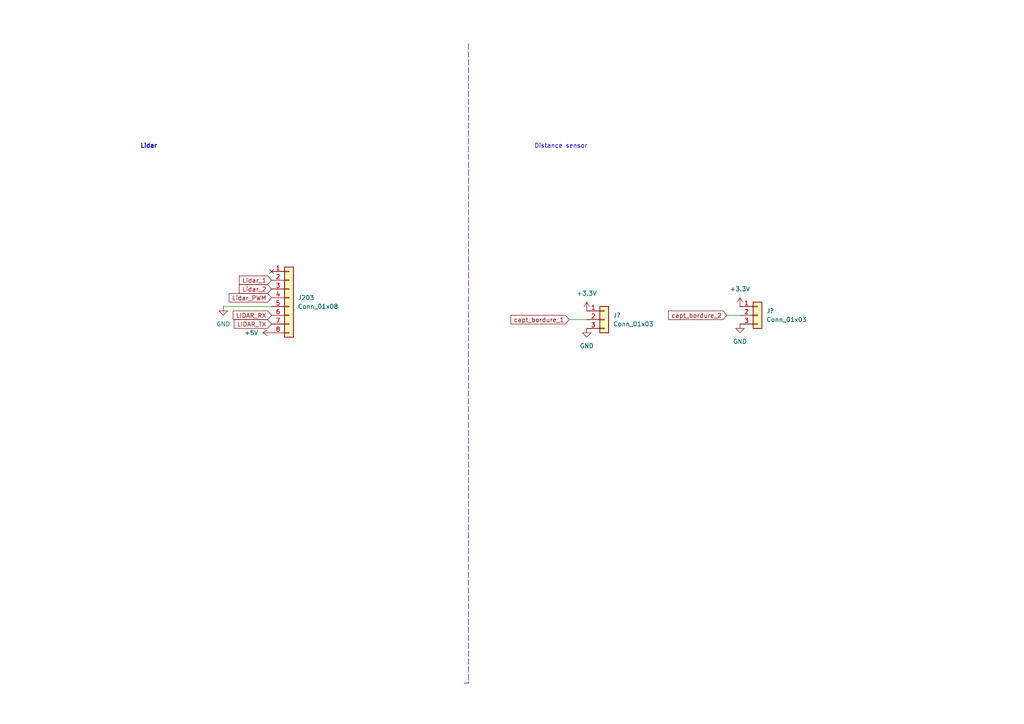
<source format=kicad_sch>
(kicad_sch (version 20230121) (generator eeschema)

  (uuid 9c479b3c-11d7-4da7-ab76-e62751e7008e)

  (paper "A4")

  (lib_symbols
    (symbol "+3.3V_1" (power) (pin_names (offset 0)) (in_bom yes) (on_board yes)
      (property "Reference" "#PWR" (at 0 -3.81 0)
        (effects (font (size 1.27 1.27)) hide)
      )
      (property "Value" "+3.3V_1" (at 0 3.556 0)
        (effects (font (size 1.27 1.27)))
      )
      (property "Footprint" "" (at 0 0 0)
        (effects (font (size 1.27 1.27)) hide)
      )
      (property "Datasheet" "" (at 0 0 0)
        (effects (font (size 1.27 1.27)) hide)
      )
      (property "ki_keywords" "global power" (at 0 0 0)
        (effects (font (size 1.27 1.27)) hide)
      )
      (property "ki_description" "Power symbol creates a global label with name \"+3.3V\"" (at 0 0 0)
        (effects (font (size 1.27 1.27)) hide)
      )
      (symbol "+3.3V_1_0_1"
        (polyline
          (pts
            (xy -0.762 1.27)
            (xy 0 2.54)
          )
          (stroke (width 0) (type default))
          (fill (type none))
        )
        (polyline
          (pts
            (xy 0 0)
            (xy 0 2.54)
          )
          (stroke (width 0) (type default))
          (fill (type none))
        )
        (polyline
          (pts
            (xy 0 2.54)
            (xy 0.762 1.27)
          )
          (stroke (width 0) (type default))
          (fill (type none))
        )
      )
      (symbol "+3.3V_1_1_1"
        (pin power_in line (at 0 0 90) (length 0) hide
          (name "+3.3V" (effects (font (size 1.27 1.27))))
          (number "1" (effects (font (size 1.27 1.27))))
        )
      )
    )
    (symbol "Connector_Generic:Conn_01x03" (pin_names (offset 1.016) hide) (in_bom yes) (on_board yes)
      (property "Reference" "J" (at 0 5.08 0)
        (effects (font (size 1.27 1.27)))
      )
      (property "Value" "Conn_01x03" (at 0 -5.08 0)
        (effects (font (size 1.27 1.27)))
      )
      (property "Footprint" "" (at 0 0 0)
        (effects (font (size 1.27 1.27)) hide)
      )
      (property "Datasheet" "~" (at 0 0 0)
        (effects (font (size 1.27 1.27)) hide)
      )
      (property "ki_keywords" "connector" (at 0 0 0)
        (effects (font (size 1.27 1.27)) hide)
      )
      (property "ki_description" "Generic connector, single row, 01x03, script generated (kicad-library-utils/schlib/autogen/connector/)" (at 0 0 0)
        (effects (font (size 1.27 1.27)) hide)
      )
      (property "ki_fp_filters" "Connector*:*_1x??_*" (at 0 0 0)
        (effects (font (size 1.27 1.27)) hide)
      )
      (symbol "Conn_01x03_1_1"
        (rectangle (start -1.27 -2.413) (end 0 -2.667)
          (stroke (width 0.1524) (type default))
          (fill (type none))
        )
        (rectangle (start -1.27 0.127) (end 0 -0.127)
          (stroke (width 0.1524) (type default))
          (fill (type none))
        )
        (rectangle (start -1.27 2.667) (end 0 2.413)
          (stroke (width 0.1524) (type default))
          (fill (type none))
        )
        (rectangle (start -1.27 3.81) (end 1.27 -3.81)
          (stroke (width 0.254) (type default))
          (fill (type background))
        )
        (pin passive line (at -5.08 2.54 0) (length 3.81)
          (name "Pin_1" (effects (font (size 1.27 1.27))))
          (number "1" (effects (font (size 1.27 1.27))))
        )
        (pin passive line (at -5.08 0 0) (length 3.81)
          (name "Pin_2" (effects (font (size 1.27 1.27))))
          (number "2" (effects (font (size 1.27 1.27))))
        )
        (pin passive line (at -5.08 -2.54 0) (length 3.81)
          (name "Pin_3" (effects (font (size 1.27 1.27))))
          (number "3" (effects (font (size 1.27 1.27))))
        )
      )
    )
    (symbol "Connector_Generic:Conn_01x08" (pin_names (offset 1.016) hide) (in_bom yes) (on_board yes)
      (property "Reference" "J" (at 0 10.16 0)
        (effects (font (size 1.27 1.27)))
      )
      (property "Value" "Conn_01x08" (at 0 -12.7 0)
        (effects (font (size 1.27 1.27)))
      )
      (property "Footprint" "" (at 0 0 0)
        (effects (font (size 1.27 1.27)) hide)
      )
      (property "Datasheet" "~" (at 0 0 0)
        (effects (font (size 1.27 1.27)) hide)
      )
      (property "ki_keywords" "connector" (at 0 0 0)
        (effects (font (size 1.27 1.27)) hide)
      )
      (property "ki_description" "Generic connector, single row, 01x08, script generated (kicad-library-utils/schlib/autogen/connector/)" (at 0 0 0)
        (effects (font (size 1.27 1.27)) hide)
      )
      (property "ki_fp_filters" "Connector*:*_1x??_*" (at 0 0 0)
        (effects (font (size 1.27 1.27)) hide)
      )
      (symbol "Conn_01x08_1_1"
        (rectangle (start -1.27 -10.033) (end 0 -10.287)
          (stroke (width 0.1524) (type default))
          (fill (type none))
        )
        (rectangle (start -1.27 -7.493) (end 0 -7.747)
          (stroke (width 0.1524) (type default))
          (fill (type none))
        )
        (rectangle (start -1.27 -4.953) (end 0 -5.207)
          (stroke (width 0.1524) (type default))
          (fill (type none))
        )
        (rectangle (start -1.27 -2.413) (end 0 -2.667)
          (stroke (width 0.1524) (type default))
          (fill (type none))
        )
        (rectangle (start -1.27 0.127) (end 0 -0.127)
          (stroke (width 0.1524) (type default))
          (fill (type none))
        )
        (rectangle (start -1.27 2.667) (end 0 2.413)
          (stroke (width 0.1524) (type default))
          (fill (type none))
        )
        (rectangle (start -1.27 5.207) (end 0 4.953)
          (stroke (width 0.1524) (type default))
          (fill (type none))
        )
        (rectangle (start -1.27 7.747) (end 0 7.493)
          (stroke (width 0.1524) (type default))
          (fill (type none))
        )
        (rectangle (start -1.27 8.89) (end 1.27 -11.43)
          (stroke (width 0.254) (type default))
          (fill (type background))
        )
        (pin passive line (at -5.08 7.62 0) (length 3.81)
          (name "Pin_1" (effects (font (size 1.27 1.27))))
          (number "1" (effects (font (size 1.27 1.27))))
        )
        (pin passive line (at -5.08 5.08 0) (length 3.81)
          (name "Pin_2" (effects (font (size 1.27 1.27))))
          (number "2" (effects (font (size 1.27 1.27))))
        )
        (pin passive line (at -5.08 2.54 0) (length 3.81)
          (name "Pin_3" (effects (font (size 1.27 1.27))))
          (number "3" (effects (font (size 1.27 1.27))))
        )
        (pin passive line (at -5.08 0 0) (length 3.81)
          (name "Pin_4" (effects (font (size 1.27 1.27))))
          (number "4" (effects (font (size 1.27 1.27))))
        )
        (pin passive line (at -5.08 -2.54 0) (length 3.81)
          (name "Pin_5" (effects (font (size 1.27 1.27))))
          (number "5" (effects (font (size 1.27 1.27))))
        )
        (pin passive line (at -5.08 -5.08 0) (length 3.81)
          (name "Pin_6" (effects (font (size 1.27 1.27))))
          (number "6" (effects (font (size 1.27 1.27))))
        )
        (pin passive line (at -5.08 -7.62 0) (length 3.81)
          (name "Pin_7" (effects (font (size 1.27 1.27))))
          (number "7" (effects (font (size 1.27 1.27))))
        )
        (pin passive line (at -5.08 -10.16 0) (length 3.81)
          (name "Pin_8" (effects (font (size 1.27 1.27))))
          (number "8" (effects (font (size 1.27 1.27))))
        )
      )
    )
    (symbol "GND_1" (power) (pin_names (offset 0)) (in_bom yes) (on_board yes)
      (property "Reference" "#PWR" (at 0 -6.35 0)
        (effects (font (size 1.27 1.27)) hide)
      )
      (property "Value" "GND_1" (at 0 -3.81 0)
        (effects (font (size 1.27 1.27)))
      )
      (property "Footprint" "" (at 0 0 0)
        (effects (font (size 1.27 1.27)) hide)
      )
      (property "Datasheet" "" (at 0 0 0)
        (effects (font (size 1.27 1.27)) hide)
      )
      (property "ki_keywords" "global power" (at 0 0 0)
        (effects (font (size 1.27 1.27)) hide)
      )
      (property "ki_description" "Power symbol creates a global label with name \"GND\" , ground" (at 0 0 0)
        (effects (font (size 1.27 1.27)) hide)
      )
      (symbol "GND_1_0_1"
        (polyline
          (pts
            (xy 0 0)
            (xy 0 -1.27)
            (xy 1.27 -1.27)
            (xy 0 -2.54)
            (xy -1.27 -1.27)
            (xy 0 -1.27)
          )
          (stroke (width 0) (type default))
          (fill (type none))
        )
      )
      (symbol "GND_1_1_1"
        (pin power_in line (at 0 0 270) (length 0) hide
          (name "GND" (effects (font (size 1.27 1.27))))
          (number "1" (effects (font (size 1.27 1.27))))
        )
      )
    )
    (symbol "GND_2" (power) (pin_names (offset 0)) (in_bom yes) (on_board yes)
      (property "Reference" "#PWR" (at 0 -6.35 0)
        (effects (font (size 1.27 1.27)) hide)
      )
      (property "Value" "GND_2" (at 0 -3.81 0)
        (effects (font (size 1.27 1.27)))
      )
      (property "Footprint" "" (at 0 0 0)
        (effects (font (size 1.27 1.27)) hide)
      )
      (property "Datasheet" "" (at 0 0 0)
        (effects (font (size 1.27 1.27)) hide)
      )
      (property "ki_keywords" "global power" (at 0 0 0)
        (effects (font (size 1.27 1.27)) hide)
      )
      (property "ki_description" "Power symbol creates a global label with name \"GND\" , ground" (at 0 0 0)
        (effects (font (size 1.27 1.27)) hide)
      )
      (symbol "GND_2_0_1"
        (polyline
          (pts
            (xy 0 0)
            (xy 0 -1.27)
            (xy 1.27 -1.27)
            (xy 0 -2.54)
            (xy -1.27 -1.27)
            (xy 0 -1.27)
          )
          (stroke (width 0) (type default))
          (fill (type none))
        )
      )
      (symbol "GND_2_1_1"
        (pin power_in line (at 0 0 270) (length 0) hide
          (name "GND" (effects (font (size 1.27 1.27))))
          (number "1" (effects (font (size 1.27 1.27))))
        )
      )
    )
    (symbol "GND_3" (power) (pin_names (offset 0)) (in_bom yes) (on_board yes)
      (property "Reference" "#PWR" (at 0 -6.35 0)
        (effects (font (size 1.27 1.27)) hide)
      )
      (property "Value" "GND_3" (at 0 -3.81 0)
        (effects (font (size 1.27 1.27)))
      )
      (property "Footprint" "" (at 0 0 0)
        (effects (font (size 1.27 1.27)) hide)
      )
      (property "Datasheet" "" (at 0 0 0)
        (effects (font (size 1.27 1.27)) hide)
      )
      (property "ki_keywords" "global power" (at 0 0 0)
        (effects (font (size 1.27 1.27)) hide)
      )
      (property "ki_description" "Power symbol creates a global label with name \"GND\" , ground" (at 0 0 0)
        (effects (font (size 1.27 1.27)) hide)
      )
      (symbol "GND_3_0_1"
        (polyline
          (pts
            (xy 0 0)
            (xy 0 -1.27)
            (xy 1.27 -1.27)
            (xy 0 -2.54)
            (xy -1.27 -1.27)
            (xy 0 -1.27)
          )
          (stroke (width 0) (type default))
          (fill (type none))
        )
      )
      (symbol "GND_3_1_1"
        (pin power_in line (at 0 0 270) (length 0) hide
          (name "GND" (effects (font (size 1.27 1.27))))
          (number "1" (effects (font (size 1.27 1.27))))
        )
      )
    )
    (symbol "power:+3.3V" (power) (pin_names (offset 0)) (in_bom yes) (on_board yes)
      (property "Reference" "#PWR" (at 0 -3.81 0)
        (effects (font (size 1.27 1.27)) hide)
      )
      (property "Value" "+3.3V" (at 0 3.556 0)
        (effects (font (size 1.27 1.27)))
      )
      (property "Footprint" "" (at 0 0 0)
        (effects (font (size 1.27 1.27)) hide)
      )
      (property "Datasheet" "" (at 0 0 0)
        (effects (font (size 1.27 1.27)) hide)
      )
      (property "ki_keywords" "global power" (at 0 0 0)
        (effects (font (size 1.27 1.27)) hide)
      )
      (property "ki_description" "Power symbol creates a global label with name \"+3.3V\"" (at 0 0 0)
        (effects (font (size 1.27 1.27)) hide)
      )
      (symbol "+3.3V_0_1"
        (polyline
          (pts
            (xy -0.762 1.27)
            (xy 0 2.54)
          )
          (stroke (width 0) (type default))
          (fill (type none))
        )
        (polyline
          (pts
            (xy 0 0)
            (xy 0 2.54)
          )
          (stroke (width 0) (type default))
          (fill (type none))
        )
        (polyline
          (pts
            (xy 0 2.54)
            (xy 0.762 1.27)
          )
          (stroke (width 0) (type default))
          (fill (type none))
        )
      )
      (symbol "+3.3V_1_1"
        (pin power_in line (at 0 0 90) (length 0) hide
          (name "+3.3V" (effects (font (size 1.27 1.27))))
          (number "1" (effects (font (size 1.27 1.27))))
        )
      )
    )
    (symbol "power:+5V" (power) (pin_names (offset 0)) (in_bom yes) (on_board yes)
      (property "Reference" "#PWR" (at 0 -3.81 0)
        (effects (font (size 1.27 1.27)) hide)
      )
      (property "Value" "+5V" (at 0 3.556 0)
        (effects (font (size 1.27 1.27)))
      )
      (property "Footprint" "" (at 0 0 0)
        (effects (font (size 1.27 1.27)) hide)
      )
      (property "Datasheet" "" (at 0 0 0)
        (effects (font (size 1.27 1.27)) hide)
      )
      (property "ki_keywords" "global power" (at 0 0 0)
        (effects (font (size 1.27 1.27)) hide)
      )
      (property "ki_description" "Power symbol creates a global label with name \"+5V\"" (at 0 0 0)
        (effects (font (size 1.27 1.27)) hide)
      )
      (symbol "+5V_0_1"
        (polyline
          (pts
            (xy -0.762 1.27)
            (xy 0 2.54)
          )
          (stroke (width 0) (type default))
          (fill (type none))
        )
        (polyline
          (pts
            (xy 0 0)
            (xy 0 2.54)
          )
          (stroke (width 0) (type default))
          (fill (type none))
        )
        (polyline
          (pts
            (xy 0 2.54)
            (xy 0.762 1.27)
          )
          (stroke (width 0) (type default))
          (fill (type none))
        )
      )
      (symbol "+5V_1_1"
        (pin power_in line (at 0 0 90) (length 0) hide
          (name "+5V" (effects (font (size 1.27 1.27))))
          (number "1" (effects (font (size 1.27 1.27))))
        )
      )
    )
  )


  (no_connect (at 78.74 78.74) (uuid a3952bc4-7706-4c04-9cb6-9d2c476a2e6f))

  (polyline (pts (xy 134.62 198.12) (xy 135.89 198.12))
    (stroke (width 0) (type default))
    (uuid 2550d69b-9e1b-4614-be14-f96758e745a2)
  )

  (wire (pts (xy 210.82 91.44) (xy 214.63 91.44))
    (stroke (width 0) (type default))
    (uuid 99e3fcd0-be68-498c-a09c-adb4f115f2f0)
  )
  (wire (pts (xy 165.1 92.71) (xy 170.18 92.71))
    (stroke (width 0) (type default))
    (uuid c6bfbdc5-7296-41e1-838b-9fcef0a936b7)
  )
  (wire (pts (xy 64.77 88.9) (xy 78.74 88.9))
    (stroke (width 0) (type default))
    (uuid debfffae-0fbd-4fb4-8952-78f2784fac42)
  )
  (polyline (pts (xy 135.89 12.7) (xy 135.89 198.12))
    (stroke (width 0) (type dash))
    (uuid ef943bc6-cebe-4da7-aaae-317ff383c52d)
  )

  (text "Distance sensor\n" (at 154.94 43.18 0)
    (effects (font (size 1.27 1.27)) (justify left bottom))
    (uuid 2ebca3ea-173d-4807-916f-22530ea536ff)
  )
  (text "Lidar" (at 40.64 43.18 0)
    (effects (font (size 1.27 1.27) (thickness 0.254) bold) (justify left bottom))
    (uuid 6c89287c-d889-4d1e-b5aa-40a82b845de1)
  )

  (global_label "Lidar_2" (shape input) (at 78.74 83.82 180) (fields_autoplaced)
    (effects (font (size 1.27 1.27)) (justify right))
    (uuid 18010adf-1741-4343-bd1e-dc4ae1d7c683)
    (property "Intersheetrefs" "${INTERSHEET_REFS}" (at 68.8606 83.82 0)
      (effects (font (size 1.27 1.27)) (justify right) hide)
    )
  )
  (global_label "Lidar_PWM" (shape input) (at 78.74 86.36 180) (fields_autoplaced)
    (effects (font (size 1.27 1.27)) (justify right))
    (uuid 68fd0094-474a-4f02-a810-b9b640715cf7)
    (property "Intersheetrefs" "${INTERSHEET_REFS}" (at 65.8973 86.36 0)
      (effects (font (size 1.27 1.27)) (justify right) hide)
    )
  )
  (global_label "capt_bordure_2" (shape input) (at 210.82 91.44 180) (fields_autoplaced)
    (effects (font (size 1.27 1.27)) (justify right))
    (uuid 79d56b23-6ae1-4262-916c-b5d23c1353fa)
    (property "Intersheetrefs" "${INTERSHEET_REFS}" (at 193.3208 91.44 0)
      (effects (font (size 1.27 1.27)) (justify right) hide)
    )
  )
  (global_label "LIDAR_TX" (shape input) (at 78.74 93.98 180) (fields_autoplaced)
    (effects (font (size 1.27 1.27)) (justify right))
    (uuid 7a47ff7f-976f-41ef-b575-872d6aff0b99)
    (property "Intersheetrefs" "${INTERSHEET_REFS}" (at 67.3486 93.98 0)
      (effects (font (size 1.27 1.27)) (justify right) hide)
    )
  )
  (global_label "capt_bordure_1" (shape input) (at 165.1 92.71 180) (fields_autoplaced)
    (effects (font (size 1.27 1.27)) (justify right))
    (uuid 8049d579-2ea4-4c08-ac87-c5e59e91dc14)
    (property "Intersheetrefs" "${INTERSHEET_REFS}" (at 147.6008 92.71 0)
      (effects (font (size 1.27 1.27)) (justify right) hide)
    )
  )
  (global_label "LIDAR_RX" (shape input) (at 78.74 91.44 180) (fields_autoplaced)
    (effects (font (size 1.27 1.27)) (justify right))
    (uuid 871c745f-2708-449c-ae32-682b96b6a04b)
    (property "Intersheetrefs" "${INTERSHEET_REFS}" (at 67.0462 91.44 0)
      (effects (font (size 1.27 1.27)) (justify right) hide)
    )
  )
  (global_label "Lidar_1" (shape input) (at 78.74 81.28 180) (fields_autoplaced)
    (effects (font (size 1.27 1.27)) (justify right))
    (uuid eeb8e0a4-4590-4937-89a4-de6a8c4dbce3)
    (property "Intersheetrefs" "${INTERSHEET_REFS}" (at 68.8606 81.28 0)
      (effects (font (size 1.27 1.27)) (justify right) hide)
    )
  )

  (symbol (lib_id "Connector_Generic:Conn_01x03") (at 175.26 92.71 0) (unit 1)
    (in_bom yes) (on_board yes) (dnp no) (fields_autoplaced)
    (uuid 0fcb4abb-3c42-48ed-8023-65bcb873827a)
    (property "Reference" "J?" (at 177.8 91.4399 0)
      (effects (font (size 1.27 1.27)) (justify left))
    )
    (property "Value" "Conn_01x03" (at 177.8 93.9799 0)
      (effects (font (size 1.27 1.27)) (justify left))
    )
    (property "Footprint" "Connector_PinHeader_2.54mm:PinHeader_1x03_P2.54mm_Vertical" (at 175.26 92.71 0)
      (effects (font (size 1.27 1.27)) hide)
    )
    (property "Datasheet" "~" (at 175.26 92.71 0)
      (effects (font (size 1.27 1.27)) hide)
    )
    (pin "1" (uuid 41c44319-1b9b-42a3-9bb7-be9d92e73889))
    (pin "2" (uuid 3d8a9e26-9342-4ed3-8718-f0725b42c263))
    (pin "3" (uuid cc8e642a-f71c-4595-9153-13d68c64b00a))
    (instances
      (project "chat project"
        (path "/61d1f221-f082-4bfc-b26f-eb44521645ca/a49840b7-fc37-456b-bdfa-3e3ca28e31ac"
          (reference "J?") (unit 1)
        )
        (path "/61d1f221-f082-4bfc-b26f-eb44521645ca/c72bde79-dd73-4d00-b1f6-d9628da548c4"
          (reference "J402") (unit 1)
        )
      )
    )
  )

  (symbol (lib_name "GND_1") (lib_id "power:GND") (at 170.18 95.25 0) (unit 1)
    (in_bom yes) (on_board yes) (dnp no) (fields_autoplaced)
    (uuid 2dc4b1ea-e653-4ef5-90f4-6f2d212f316d)
    (property "Reference" "#PWR0403" (at 170.18 101.6 0)
      (effects (font (size 1.27 1.27)) hide)
    )
    (property "Value" "GND" (at 170.18 100.33 0)
      (effects (font (size 1.27 1.27)))
    )
    (property "Footprint" "" (at 170.18 95.25 0)
      (effects (font (size 1.27 1.27)) hide)
    )
    (property "Datasheet" "" (at 170.18 95.25 0)
      (effects (font (size 1.27 1.27)) hide)
    )
    (pin "1" (uuid 7721c40c-a269-473d-bd33-2173de59a49d))
    (instances
      (project "chat project"
        (path "/61d1f221-f082-4bfc-b26f-eb44521645ca/c72bde79-dd73-4d00-b1f6-d9628da548c4"
          (reference "#PWR0403") (unit 1)
        )
      )
    )
  )

  (symbol (lib_name "GND_2") (lib_id "power:GND") (at 214.63 93.98 0) (unit 1)
    (in_bom yes) (on_board yes) (dnp no) (fields_autoplaced)
    (uuid 571b5b74-47b8-434a-bf48-8134ead033ed)
    (property "Reference" "#PWR0407" (at 214.63 100.33 0)
      (effects (font (size 1.27 1.27)) hide)
    )
    (property "Value" "GND" (at 214.63 99.06 0)
      (effects (font (size 1.27 1.27)))
    )
    (property "Footprint" "" (at 214.63 93.98 0)
      (effects (font (size 1.27 1.27)) hide)
    )
    (property "Datasheet" "" (at 214.63 93.98 0)
      (effects (font (size 1.27 1.27)) hide)
    )
    (pin "1" (uuid 7cae1b6f-d853-46e0-b070-4e1611209e5a))
    (instances
      (project "chat project"
        (path "/61d1f221-f082-4bfc-b26f-eb44521645ca/c72bde79-dd73-4d00-b1f6-d9628da548c4"
          (reference "#PWR0407") (unit 1)
        )
      )
    )
  )

  (symbol (lib_name "GND_3") (lib_id "power:GND") (at 64.77 88.9 0) (unit 1)
    (in_bom yes) (on_board yes) (dnp no) (fields_autoplaced)
    (uuid 86453916-8707-4044-9772-a77c318218d2)
    (property "Reference" "#PWR0203" (at 64.77 95.25 0)
      (effects (font (size 1.27 1.27)) hide)
    )
    (property "Value" "GND" (at 64.77 93.98 0)
      (effects (font (size 1.27 1.27)))
    )
    (property "Footprint" "" (at 64.77 88.9 0)
      (effects (font (size 1.27 1.27)) hide)
    )
    (property "Datasheet" "" (at 64.77 88.9 0)
      (effects (font (size 1.27 1.27)) hide)
    )
    (pin "1" (uuid 45bcac76-d3db-4258-a314-ac631d4f986e))
    (instances
      (project "chat project"
        (path "/61d1f221-f082-4bfc-b26f-eb44521645ca/a49840b7-fc37-456b-bdfa-3e3ca28e31ac"
          (reference "#PWR0203") (unit 1)
        )
        (path "/61d1f221-f082-4bfc-b26f-eb44521645ca/c72bde79-dd73-4d00-b1f6-d9628da548c4"
          (reference "#PWR0401") (unit 1)
        )
      )
    )
  )

  (symbol (lib_id "power:+5V") (at 78.74 96.52 90) (unit 1)
    (in_bom yes) (on_board yes) (dnp no) (fields_autoplaced)
    (uuid 87c4c7b3-4107-40fe-bbfd-06f53a6baf0c)
    (property "Reference" "#PWR0307" (at 82.55 96.52 0)
      (effects (font (size 1.27 1.27)) hide)
    )
    (property "Value" "+5V" (at 74.93 96.52 90)
      (effects (font (size 1.27 1.27)) (justify left))
    )
    (property "Footprint" "" (at 78.74 96.52 0)
      (effects (font (size 1.27 1.27)) hide)
    )
    (property "Datasheet" "" (at 78.74 96.52 0)
      (effects (font (size 1.27 1.27)) hide)
    )
    (pin "1" (uuid 30dcdc90-b9c3-4859-8aad-d2faa4507142))
    (instances
      (project "chat project"
        (path "/61d1f221-f082-4bfc-b26f-eb44521645ca/2f1d2937-c699-41d8-807b-1d5b7f1efe3c"
          (reference "#PWR0307") (unit 1)
        )
        (path "/61d1f221-f082-4bfc-b26f-eb44521645ca/c72bde79-dd73-4d00-b1f6-d9628da548c4"
          (reference "#PWR0406") (unit 1)
        )
      )
    )
  )

  (symbol (lib_id "Connector_Generic:Conn_01x03") (at 219.71 91.44 0) (unit 1)
    (in_bom yes) (on_board yes) (dnp no) (fields_autoplaced)
    (uuid 8fedfe91-513c-4194-9956-f0926002e4bf)
    (property "Reference" "J?" (at 222.25 90.1699 0)
      (effects (font (size 1.27 1.27)) (justify left))
    )
    (property "Value" "Conn_01x03" (at 222.25 92.7099 0)
      (effects (font (size 1.27 1.27)) (justify left))
    )
    (property "Footprint" "Connector_PinHeader_2.54mm:PinHeader_1x03_P2.54mm_Vertical" (at 219.71 91.44 0)
      (effects (font (size 1.27 1.27)) hide)
    )
    (property "Datasheet" "~" (at 219.71 91.44 0)
      (effects (font (size 1.27 1.27)) hide)
    )
    (pin "1" (uuid ffeba89e-2d6a-4929-a48f-b2cafb828505))
    (pin "2" (uuid 0bbe9032-9198-484c-b96e-7593a6569761))
    (pin "3" (uuid 3af8dff8-4a62-40d1-a18e-e92964faba30))
    (instances
      (project "chat project"
        (path "/61d1f221-f082-4bfc-b26f-eb44521645ca/a49840b7-fc37-456b-bdfa-3e3ca28e31ac"
          (reference "J?") (unit 1)
        )
        (path "/61d1f221-f082-4bfc-b26f-eb44521645ca/c72bde79-dd73-4d00-b1f6-d9628da548c4"
          (reference "J403") (unit 1)
        )
      )
    )
  )

  (symbol (lib_name "+3.3V_1") (lib_id "power:+3.3V") (at 170.18 90.17 0) (unit 1)
    (in_bom yes) (on_board yes) (dnp no) (fields_autoplaced)
    (uuid c97353ad-b1c7-4c83-93af-f08b7d3e3f33)
    (property "Reference" "#PWR0402" (at 170.18 93.98 0)
      (effects (font (size 1.27 1.27)) hide)
    )
    (property "Value" "+3.3V" (at 170.18 85.09 0)
      (effects (font (size 1.27 1.27)))
    )
    (property "Footprint" "" (at 170.18 90.17 0)
      (effects (font (size 1.27 1.27)) hide)
    )
    (property "Datasheet" "" (at 170.18 90.17 0)
      (effects (font (size 1.27 1.27)) hide)
    )
    (pin "1" (uuid fb762786-7e5f-4fc4-9c26-d94d921856ee))
    (instances
      (project "chat project"
        (path "/61d1f221-f082-4bfc-b26f-eb44521645ca/c72bde79-dd73-4d00-b1f6-d9628da548c4"
          (reference "#PWR0402") (unit 1)
        )
      )
    )
  )

  (symbol (lib_id "Connector_Generic:Conn_01x08") (at 83.82 86.36 0) (unit 1)
    (in_bom yes) (on_board yes) (dnp no) (fields_autoplaced)
    (uuid cbb2e665-e730-4aec-ae4e-b689ee24e199)
    (property "Reference" "J203" (at 86.36 86.36 0)
      (effects (font (size 1.27 1.27)) (justify left))
    )
    (property "Value" "Conn_01x08" (at 86.36 88.9 0)
      (effects (font (size 1.27 1.27)) (justify left))
    )
    (property "Footprint" "Connector_PinHeader_2.54mm:PinHeader_1x08_P2.54mm_Vertical" (at 83.82 86.36 0)
      (effects (font (size 1.27 1.27)) hide)
    )
    (property "Datasheet" "~" (at 83.82 86.36 0)
      (effects (font (size 1.27 1.27)) hide)
    )
    (pin "1" (uuid 221d44bc-a657-4c33-8417-48bdda384ea1))
    (pin "2" (uuid e4008db4-c50a-488c-8f26-7701f737033d))
    (pin "3" (uuid 2c8fdbbf-4fad-40d1-99e7-31eedc13f9ef))
    (pin "4" (uuid 2d0180c5-74bb-4ab5-8233-b586802dd4f5))
    (pin "5" (uuid b01e351b-9613-414e-898a-b750acf758d9))
    (pin "6" (uuid 1b531731-1008-4765-8727-b19d26770cc7))
    (pin "7" (uuid f138d22c-cf7b-4c0d-adfc-2dd0b95c4a00))
    (pin "8" (uuid 96213451-4375-463d-94a0-8b058a79c5de))
    (instances
      (project "chat project"
        (path "/61d1f221-f082-4bfc-b26f-eb44521645ca/a49840b7-fc37-456b-bdfa-3e3ca28e31ac"
          (reference "J203") (unit 1)
        )
        (path "/61d1f221-f082-4bfc-b26f-eb44521645ca/c72bde79-dd73-4d00-b1f6-d9628da548c4"
          (reference "J401") (unit 1)
        )
      )
    )
  )

  (symbol (lib_id "power:+3.3V") (at 214.63 88.9 0) (unit 1)
    (in_bom yes) (on_board yes) (dnp no) (fields_autoplaced)
    (uuid f02a695b-bbc5-4233-814c-df4d78624ada)
    (property "Reference" "#PWR0404" (at 214.63 92.71 0)
      (effects (font (size 1.27 1.27)) hide)
    )
    (property "Value" "+3.3V" (at 214.63 83.82 0)
      (effects (font (size 1.27 1.27)))
    )
    (property "Footprint" "" (at 214.63 88.9 0)
      (effects (font (size 1.27 1.27)) hide)
    )
    (property "Datasheet" "" (at 214.63 88.9 0)
      (effects (font (size 1.27 1.27)) hide)
    )
    (pin "1" (uuid 56237f82-c930-46e1-bcae-64732165ddc8))
    (instances
      (project "chat project"
        (path "/61d1f221-f082-4bfc-b26f-eb44521645ca/c72bde79-dd73-4d00-b1f6-d9628da548c4"
          (reference "#PWR0404") (unit 1)
        )
      )
    )
  )
)

</source>
